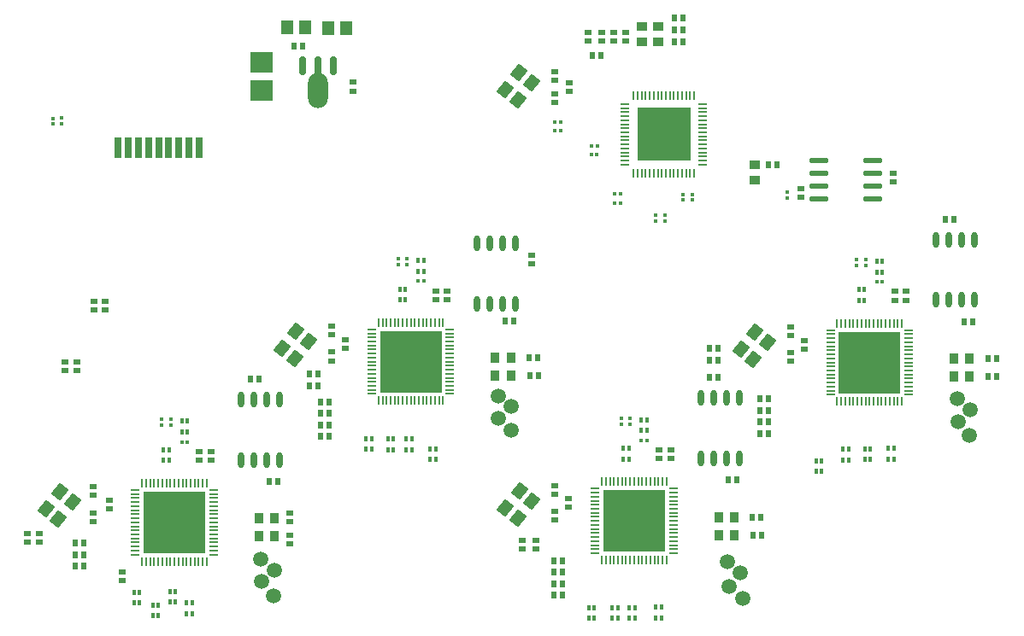
<source format=gtp>
G04*
G04 #@! TF.GenerationSoftware,Altium Limited,Altium Designer,21.1.1 (26)*
G04*
G04 Layer_Color=8421504*
%FSLAX25Y25*%
%MOIN*%
G70*
G04*
G04 #@! TF.SameCoordinates,1DE770B5-5229-4C7E-BA00-58D6BC8AB395*
G04*
G04*
G04 #@! TF.FilePolarity,Positive*
G04*
G01*
G75*
%ADD20R,0.02756X0.07874*%
%ADD21C,0.05906*%
%ADD22O,0.02756X0.08268*%
%ADD23O,0.02756X0.07480*%
%ADD24O,0.07874X0.13780*%
%ADD25O,0.02362X0.06291*%
%ADD26O,0.07678X0.02238*%
G04:AMPARAMS|DCode=27|XSize=55.12mil|YSize=45.28mil|CornerRadius=0mil|HoleSize=0mil|Usage=FLASHONLY|Rotation=231.000|XOffset=0mil|YOffset=0mil|HoleType=Round|Shape=Rectangle|*
%AMROTATEDRECTD27*
4,1,4,-0.00025,0.03566,0.03494,0.00717,0.00025,-0.03566,-0.03494,-0.00717,-0.00025,0.03566,0.0*
%
%ADD27ROTATEDRECTD27*%

%ADD28O,0.03543X0.00787*%
%ADD29O,0.00787X0.03543*%
%ADD30R,0.21063X0.21063*%
%ADD31R,0.24410X0.24410*%
%ADD32R,0.01181X0.01968*%
%ADD33R,0.03858X0.03661*%
%ADD34R,0.02559X0.02362*%
%ADD35R,0.01575X0.01417*%
%ADD36R,0.01417X0.01575*%
%ADD37R,0.04567X0.05787*%
%ADD38R,0.02362X0.02559*%
%ADD39R,0.08858X0.08268*%
%ADD40R,0.03661X0.03858*%
D20*
X69280Y337362D02*
D03*
X61406D02*
D03*
X53532D02*
D03*
X45658D02*
D03*
X41721D02*
D03*
X49595D02*
D03*
X57469D02*
D03*
X65343D02*
D03*
X73217D02*
D03*
D21*
X279401Y175465D02*
D03*
X373700Y225000D02*
D03*
X194800Y226800D02*
D03*
X102251Y162249D02*
D03*
X369300Y230100D02*
D03*
X190100Y231500D02*
D03*
X97600Y167700D02*
D03*
X373800Y234800D02*
D03*
X195000Y236200D02*
D03*
X102500Y172200D02*
D03*
X369000Y239100D02*
D03*
X189900Y240100D02*
D03*
X97200Y176600D02*
D03*
X285200Y161100D02*
D03*
X280000Y165900D02*
D03*
X284300Y171100D02*
D03*
D22*
X119600Y368830D02*
D03*
D23*
X113695Y369220D02*
D03*
X125506D02*
D03*
D24*
X119600Y359380D02*
D03*
D25*
X196600Y299711D02*
D03*
X191600D02*
D03*
X186600D02*
D03*
X181600D02*
D03*
X196600Y276089D02*
D03*
X191600D02*
D03*
X186600D02*
D03*
X181600D02*
D03*
X360618Y277720D02*
D03*
X365618D02*
D03*
X370618D02*
D03*
X375618D02*
D03*
X360618Y301342D02*
D03*
X365618D02*
D03*
X370618D02*
D03*
X375618D02*
D03*
X268818Y215820D02*
D03*
X273818D02*
D03*
X278818D02*
D03*
X283818D02*
D03*
X268818Y239442D02*
D03*
X273818D02*
D03*
X278818D02*
D03*
X283818D02*
D03*
X89553Y215285D02*
D03*
X94553D02*
D03*
X99553D02*
D03*
X104553D02*
D03*
X89553Y238907D02*
D03*
X94553D02*
D03*
X99553D02*
D03*
X104553D02*
D03*
D26*
X314806Y332112D02*
D03*
Y327112D02*
D03*
Y322112D02*
D03*
Y317112D02*
D03*
X336106Y332112D02*
D03*
Y327112D02*
D03*
Y322112D02*
D03*
Y317112D02*
D03*
D27*
X13462Y196047D02*
D03*
X23809Y198814D02*
D03*
X18913Y202778D02*
D03*
X18358Y192083D02*
D03*
X192654Y359833D02*
D03*
X203000Y362600D02*
D03*
X198105Y366564D02*
D03*
X197549Y355869D02*
D03*
X284528Y258482D02*
D03*
X294874Y261249D02*
D03*
X289979Y265213D02*
D03*
X289423Y254518D02*
D03*
X192728Y196582D02*
D03*
X203074Y199349D02*
D03*
X198179Y203313D02*
D03*
X197623Y192618D02*
D03*
X105628Y258782D02*
D03*
X115974Y261549D02*
D03*
X111079Y265513D02*
D03*
X110523Y254818D02*
D03*
D28*
X239244Y354211D02*
D03*
Y352636D02*
D03*
Y351061D02*
D03*
Y349487D02*
D03*
Y347912D02*
D03*
Y346337D02*
D03*
Y344762D02*
D03*
Y343187D02*
D03*
Y341613D02*
D03*
Y340038D02*
D03*
Y338463D02*
D03*
Y336888D02*
D03*
Y335313D02*
D03*
Y333739D02*
D03*
Y332164D02*
D03*
Y330589D02*
D03*
X269756D02*
D03*
Y332164D02*
D03*
Y333739D02*
D03*
Y335313D02*
D03*
Y336888D02*
D03*
Y338463D02*
D03*
Y340038D02*
D03*
Y341613D02*
D03*
Y343187D02*
D03*
Y344762D02*
D03*
Y346337D02*
D03*
Y347912D02*
D03*
Y349487D02*
D03*
Y351061D02*
D03*
Y352636D02*
D03*
Y354211D02*
D03*
X258157Y178867D02*
D03*
Y180442D02*
D03*
Y182017D02*
D03*
Y183591D02*
D03*
Y185166D02*
D03*
Y186741D02*
D03*
Y188316D02*
D03*
Y189891D02*
D03*
Y191465D02*
D03*
Y193040D02*
D03*
Y194615D02*
D03*
Y196190D02*
D03*
Y197765D02*
D03*
Y199339D02*
D03*
Y200914D02*
D03*
Y202489D02*
D03*
Y204064D02*
D03*
X227645D02*
D03*
Y202489D02*
D03*
Y200914D02*
D03*
Y199339D02*
D03*
Y197765D02*
D03*
Y196190D02*
D03*
Y194615D02*
D03*
Y193040D02*
D03*
Y191465D02*
D03*
Y189891D02*
D03*
Y188316D02*
D03*
Y186741D02*
D03*
Y185166D02*
D03*
Y183591D02*
D03*
Y182017D02*
D03*
Y180442D02*
D03*
Y178867D02*
D03*
X78891Y178332D02*
D03*
Y179907D02*
D03*
Y181482D02*
D03*
Y183057D02*
D03*
Y184632D02*
D03*
Y186206D02*
D03*
Y187781D02*
D03*
Y189356D02*
D03*
Y190931D02*
D03*
Y192506D02*
D03*
Y194080D02*
D03*
Y195655D02*
D03*
Y197230D02*
D03*
Y198805D02*
D03*
Y200379D02*
D03*
Y201954D02*
D03*
Y203529D02*
D03*
X48379D02*
D03*
Y201954D02*
D03*
Y200379D02*
D03*
Y198805D02*
D03*
Y197230D02*
D03*
Y195655D02*
D03*
Y194080D02*
D03*
Y192506D02*
D03*
Y190931D02*
D03*
Y189356D02*
D03*
Y187781D02*
D03*
Y186206D02*
D03*
Y184632D02*
D03*
Y183057D02*
D03*
Y181482D02*
D03*
Y179907D02*
D03*
Y178332D02*
D03*
X349957Y240767D02*
D03*
Y242342D02*
D03*
Y243917D02*
D03*
Y245491D02*
D03*
Y247066D02*
D03*
Y248641D02*
D03*
Y250216D02*
D03*
Y251791D02*
D03*
Y253365D02*
D03*
Y254940D02*
D03*
Y256515D02*
D03*
Y258090D02*
D03*
Y259665D02*
D03*
Y261239D02*
D03*
Y262814D02*
D03*
Y264389D02*
D03*
Y265964D02*
D03*
X319445D02*
D03*
Y264389D02*
D03*
Y262814D02*
D03*
Y261239D02*
D03*
Y259665D02*
D03*
Y258090D02*
D03*
Y256515D02*
D03*
Y254940D02*
D03*
Y253365D02*
D03*
Y251791D02*
D03*
Y250216D02*
D03*
Y248641D02*
D03*
Y247066D02*
D03*
Y245491D02*
D03*
Y243917D02*
D03*
Y242342D02*
D03*
Y240767D02*
D03*
X140545Y241067D02*
D03*
Y242642D02*
D03*
Y244216D02*
D03*
Y245791D02*
D03*
Y247366D02*
D03*
Y248941D02*
D03*
Y250516D02*
D03*
Y252091D02*
D03*
Y253665D02*
D03*
Y255240D02*
D03*
Y256815D02*
D03*
Y258390D02*
D03*
Y259965D02*
D03*
Y261539D02*
D03*
Y263114D02*
D03*
Y264689D02*
D03*
Y266264D02*
D03*
X171057D02*
D03*
Y264689D02*
D03*
Y263114D02*
D03*
Y261539D02*
D03*
Y259965D02*
D03*
Y258390D02*
D03*
Y256815D02*
D03*
Y255240D02*
D03*
Y253665D02*
D03*
Y252091D02*
D03*
Y250516D02*
D03*
Y248941D02*
D03*
Y247366D02*
D03*
Y245791D02*
D03*
Y244216D02*
D03*
Y242642D02*
D03*
Y241067D02*
D03*
D29*
X242689Y327144D02*
D03*
X244264D02*
D03*
X245839D02*
D03*
X247413D02*
D03*
X248988D02*
D03*
X250563D02*
D03*
X252138D02*
D03*
X253713D02*
D03*
X255287D02*
D03*
X256862D02*
D03*
X258437D02*
D03*
X260012D02*
D03*
X261587D02*
D03*
X263161D02*
D03*
X264736D02*
D03*
X266311D02*
D03*
Y357656D02*
D03*
X264736D02*
D03*
X263161D02*
D03*
X261587D02*
D03*
X260012D02*
D03*
X258437D02*
D03*
X256862D02*
D03*
X255287D02*
D03*
X253713D02*
D03*
X252138D02*
D03*
X250563D02*
D03*
X248988D02*
D03*
X247413D02*
D03*
X245839D02*
D03*
X244264D02*
D03*
X242689D02*
D03*
X255499Y206721D02*
D03*
X253924D02*
D03*
X252350D02*
D03*
X250775D02*
D03*
X249200D02*
D03*
X247625D02*
D03*
X246050D02*
D03*
X244476D02*
D03*
X242901D02*
D03*
X241326D02*
D03*
X239751D02*
D03*
X238176D02*
D03*
X236602D02*
D03*
X235027D02*
D03*
X233452D02*
D03*
X231877D02*
D03*
X230302D02*
D03*
Y176209D02*
D03*
X231877D02*
D03*
X233452D02*
D03*
X235027D02*
D03*
X236602D02*
D03*
X238176D02*
D03*
X239751D02*
D03*
X241326D02*
D03*
X242901D02*
D03*
X244476D02*
D03*
X246050D02*
D03*
X247625D02*
D03*
X249200D02*
D03*
X250775D02*
D03*
X252350D02*
D03*
X253924D02*
D03*
X255499D02*
D03*
X76234Y206187D02*
D03*
X74659D02*
D03*
X73084D02*
D03*
X71509D02*
D03*
X69935D02*
D03*
X68360D02*
D03*
X66785D02*
D03*
X65210D02*
D03*
X63635D02*
D03*
X62061D02*
D03*
X60486D02*
D03*
X58911D02*
D03*
X57336D02*
D03*
X55761D02*
D03*
X54187D02*
D03*
X52612D02*
D03*
X51037D02*
D03*
Y175675D02*
D03*
X52612D02*
D03*
X54187D02*
D03*
X55761D02*
D03*
X57336D02*
D03*
X58911D02*
D03*
X60486D02*
D03*
X62061D02*
D03*
X63635D02*
D03*
X65210D02*
D03*
X66785D02*
D03*
X68360D02*
D03*
X69935D02*
D03*
X71509D02*
D03*
X73084D02*
D03*
X74659D02*
D03*
X76234D02*
D03*
X347299Y268621D02*
D03*
X345724D02*
D03*
X344150D02*
D03*
X342575D02*
D03*
X341000D02*
D03*
X339425D02*
D03*
X337850D02*
D03*
X336276D02*
D03*
X334701D02*
D03*
X333126D02*
D03*
X331551D02*
D03*
X329976D02*
D03*
X328402D02*
D03*
X326827D02*
D03*
X325252D02*
D03*
X323677D02*
D03*
X322102D02*
D03*
Y238109D02*
D03*
X323677D02*
D03*
X325252D02*
D03*
X326827D02*
D03*
X328402D02*
D03*
X329976D02*
D03*
X331551D02*
D03*
X333126D02*
D03*
X334701D02*
D03*
X336276D02*
D03*
X337850D02*
D03*
X339425D02*
D03*
X341000D02*
D03*
X342575D02*
D03*
X344150D02*
D03*
X345724D02*
D03*
X347299D02*
D03*
X168399Y238409D02*
D03*
X166824D02*
D03*
X165250D02*
D03*
X163675D02*
D03*
X162100D02*
D03*
X160525D02*
D03*
X158950D02*
D03*
X157376D02*
D03*
X155801D02*
D03*
X154226D02*
D03*
X152651D02*
D03*
X151076D02*
D03*
X149502D02*
D03*
X147927D02*
D03*
X146352D02*
D03*
X144777D02*
D03*
X143202D02*
D03*
Y268921D02*
D03*
X144777D02*
D03*
X146352D02*
D03*
X147927D02*
D03*
X149502D02*
D03*
X151076D02*
D03*
X152651D02*
D03*
X154226D02*
D03*
X155801D02*
D03*
X157376D02*
D03*
X158950D02*
D03*
X160525D02*
D03*
X162100D02*
D03*
X163675D02*
D03*
X165250D02*
D03*
X166824D02*
D03*
X168399D02*
D03*
D30*
X254500Y342400D02*
D03*
D31*
X242901Y191465D02*
D03*
X63635Y190931D02*
D03*
X334701Y253365D02*
D03*
X155801Y253665D02*
D03*
D32*
X138318Y219433D02*
D03*
X140483D02*
D03*
X140483Y223567D02*
D03*
X138318D02*
D03*
X61553Y219298D02*
D03*
X59387D02*
D03*
X59388Y215165D02*
D03*
X61553D02*
D03*
X316099Y210739D02*
D03*
X313934D02*
D03*
X316099Y214873D02*
D03*
X313934D02*
D03*
X227383Y153433D02*
D03*
X225218D02*
D03*
X227383Y157567D02*
D03*
X225218D02*
D03*
X49983Y159533D02*
D03*
X47818D02*
D03*
X49983Y163667D02*
D03*
X47818D02*
D03*
X324293Y219454D02*
D03*
X326458D02*
D03*
X324293Y215321D02*
D03*
X326458D02*
D03*
X234418Y153433D02*
D03*
X236583D02*
D03*
X236583Y157567D02*
D03*
X234418D02*
D03*
X146918Y219333D02*
D03*
X149083D02*
D03*
X149083Y223467D02*
D03*
X146918D02*
D03*
X55118Y154433D02*
D03*
X57283D02*
D03*
X57283Y158567D02*
D03*
X55118D02*
D03*
X335012Y215399D02*
D03*
X332847D02*
D03*
X335012Y219533D02*
D03*
X332847D02*
D03*
X241018Y153433D02*
D03*
X243183D02*
D03*
X243182Y157567D02*
D03*
X241018D02*
D03*
X153948Y219333D02*
D03*
X156113D02*
D03*
X156113Y223467D02*
D03*
X153948D02*
D03*
X61818Y163867D02*
D03*
X63983D02*
D03*
X63983Y159733D02*
D03*
X61818D02*
D03*
X342000Y219713D02*
D03*
X344165D02*
D03*
X342000Y215580D02*
D03*
X344165D02*
D03*
X251282Y153646D02*
D03*
X253447D02*
D03*
X253447Y157780D02*
D03*
X251282D02*
D03*
X163318Y215533D02*
D03*
X165483D02*
D03*
X165483Y219667D02*
D03*
X163318D02*
D03*
X68318Y155333D02*
D03*
X70483D02*
D03*
X70483Y159467D02*
D03*
X68318D02*
D03*
X339718Y292833D02*
D03*
X337553D02*
D03*
X337553Y288699D02*
D03*
X339718D02*
D03*
X247918Y230933D02*
D03*
X245753D02*
D03*
X245753Y226799D02*
D03*
X247918D02*
D03*
X160818Y293133D02*
D03*
X158653D02*
D03*
X158653Y288999D02*
D03*
X160818D02*
D03*
X68652Y230398D02*
D03*
X66487D02*
D03*
X66488Y226265D02*
D03*
X68653D02*
D03*
X332618Y281733D02*
D03*
X330453D02*
D03*
X330453Y277599D02*
D03*
X332618D02*
D03*
X240818Y219833D02*
D03*
X238653D02*
D03*
X238653Y215699D02*
D03*
X240818D02*
D03*
X153718Y282033D02*
D03*
X151553D02*
D03*
X151553Y277899D02*
D03*
X153718D02*
D03*
D33*
X289900Y324437D02*
D03*
Y330500D02*
D03*
X252200Y384563D02*
D03*
Y378500D02*
D03*
X246000Y384587D02*
D03*
Y378524D02*
D03*
D34*
X202900Y295173D02*
D03*
Y291827D02*
D03*
X230400Y378706D02*
D03*
Y382052D02*
D03*
X211927Y366763D02*
D03*
Y363417D02*
D03*
X212027Y354770D02*
D03*
Y358117D02*
D03*
X303866Y263900D02*
D03*
Y267247D02*
D03*
X212066Y205346D02*
D03*
Y202000D02*
D03*
X124966Y267547D02*
D03*
Y264200D02*
D03*
X32000Y204873D02*
D03*
Y201527D02*
D03*
X303866Y253727D02*
D03*
Y257073D02*
D03*
X212066Y191827D02*
D03*
Y195173D02*
D03*
X124966Y254027D02*
D03*
Y257373D02*
D03*
X32000Y191227D02*
D03*
Y194573D02*
D03*
X133300Y362700D02*
D03*
Y359353D02*
D03*
X36700Y273827D02*
D03*
Y277173D02*
D03*
X25600Y253673D02*
D03*
Y250327D02*
D03*
X224900Y382073D02*
D03*
Y378727D02*
D03*
X217627Y362590D02*
D03*
Y359243D02*
D03*
X239500Y378706D02*
D03*
Y382052D02*
D03*
X235000Y378706D02*
D03*
Y382052D02*
D03*
X344501Y277692D02*
D03*
Y281039D02*
D03*
X252701Y215792D02*
D03*
Y219139D02*
D03*
X165601Y277992D02*
D03*
Y281339D02*
D03*
X73435Y215258D02*
D03*
Y218604D02*
D03*
X43400Y168227D02*
D03*
Y171573D02*
D03*
X108700Y191100D02*
D03*
Y194447D02*
D03*
Y186000D02*
D03*
Y182653D02*
D03*
X349001Y281039D02*
D03*
Y277692D02*
D03*
X257201Y219139D02*
D03*
Y215792D02*
D03*
X170101Y281339D02*
D03*
Y277992D02*
D03*
X77935Y218604D02*
D03*
Y215258D02*
D03*
X204566Y180454D02*
D03*
Y183800D02*
D03*
X11000Y183254D02*
D03*
Y186600D02*
D03*
X199166Y183773D02*
D03*
Y180427D02*
D03*
X6400Y186573D02*
D03*
Y183227D02*
D03*
X309235Y258666D02*
D03*
Y262013D02*
D03*
X217435Y196766D02*
D03*
Y200113D02*
D03*
X130335Y258966D02*
D03*
Y262313D02*
D03*
X38170Y196231D02*
D03*
Y199578D02*
D03*
X32200Y277200D02*
D03*
Y273853D02*
D03*
X21100Y250327D02*
D03*
Y253673D02*
D03*
X307800Y321073D02*
D03*
Y317727D02*
D03*
X343900Y323727D02*
D03*
Y327073D02*
D03*
D35*
X19700Y346456D02*
D03*
Y348700D02*
D03*
X254800Y310900D02*
D03*
Y308656D02*
D03*
X265543Y316712D02*
D03*
Y318956D02*
D03*
X251231Y310900D02*
D03*
Y308656D02*
D03*
X262042Y318978D02*
D03*
Y316734D02*
D03*
X333201Y293487D02*
D03*
Y291243D02*
D03*
X241401Y229343D02*
D03*
Y231587D02*
D03*
X154301Y291543D02*
D03*
Y293787D02*
D03*
X62135Y228809D02*
D03*
Y231053D02*
D03*
X329701Y293487D02*
D03*
Y291243D02*
D03*
X237901Y229343D02*
D03*
Y231587D02*
D03*
X150801Y291543D02*
D03*
Y293787D02*
D03*
X58635Y228809D02*
D03*
Y231053D02*
D03*
X302700Y317678D02*
D03*
Y319922D02*
D03*
X16200Y346378D02*
D03*
Y348622D02*
D03*
D36*
X214344Y347300D02*
D03*
X212100D02*
D03*
X214344Y343800D02*
D03*
X212100D02*
D03*
X228457Y337956D02*
D03*
X226213D02*
D03*
X228435Y334456D02*
D03*
X226191D02*
D03*
X237678Y315558D02*
D03*
X235434D02*
D03*
X237678Y319158D02*
D03*
X235434D02*
D03*
X337513Y284766D02*
D03*
X339757D02*
D03*
X245713Y222866D02*
D03*
X247957D02*
D03*
X158613Y285066D02*
D03*
X160857D02*
D03*
X66448Y222332D02*
D03*
X68692D02*
D03*
D37*
X107496Y384100D02*
D03*
X114504D02*
D03*
X123696Y384000D02*
D03*
X130704D02*
D03*
D38*
X110227Y377000D02*
D03*
X113573D02*
D03*
X298473Y330500D02*
D03*
X295127D02*
D03*
X261800Y383100D02*
D03*
X258453D02*
D03*
X261800Y387700D02*
D03*
X258453D02*
D03*
X261800Y378555D02*
D03*
X258453D02*
D03*
X226527Y373179D02*
D03*
X229873D02*
D03*
X364201Y309365D02*
D03*
X367547D02*
D03*
X272401Y247465D02*
D03*
X275747D02*
D03*
X93135Y246931D02*
D03*
X96482D02*
D03*
X374874Y269365D02*
D03*
X371528D02*
D03*
X283074Y207465D02*
D03*
X279728D02*
D03*
X195974Y269665D02*
D03*
X192628D02*
D03*
X103809Y206931D02*
D03*
X100462D02*
D03*
X291828Y230065D02*
D03*
X295174D02*
D03*
X211632Y162400D02*
D03*
X214979D02*
D03*
X124013Y224430D02*
D03*
X120667D02*
D03*
X291828Y239065D02*
D03*
X295174D02*
D03*
X211628Y175965D02*
D03*
X214974D02*
D03*
X124074Y237965D02*
D03*
X120728D02*
D03*
X24854Y182700D02*
D03*
X28200D02*
D03*
X384201Y254865D02*
D03*
X380854D02*
D03*
X292401Y192965D02*
D03*
X289054D02*
D03*
X205301Y255165D02*
D03*
X201954D02*
D03*
X384374Y247865D02*
D03*
X381028D02*
D03*
X292574Y185965D02*
D03*
X289228D02*
D03*
X205474Y248165D02*
D03*
X202128D02*
D03*
X291828Y234565D02*
D03*
X295174D02*
D03*
X211628Y171465D02*
D03*
X214974D02*
D03*
X124074Y233465D02*
D03*
X120728D02*
D03*
X24854Y178200D02*
D03*
X28200D02*
D03*
X272354Y254334D02*
D03*
X275700D02*
D03*
X116320Y244198D02*
D03*
X119666D02*
D03*
X275710Y258860D02*
D03*
X272364D02*
D03*
X119673Y248734D02*
D03*
X116327D02*
D03*
X291807Y225464D02*
D03*
X295153D02*
D03*
X211597Y166946D02*
D03*
X214943D02*
D03*
X124041Y228969D02*
D03*
X120694D02*
D03*
X28173Y173700D02*
D03*
X24827D02*
D03*
D39*
X97500Y370413D02*
D03*
Y359587D02*
D03*
D40*
X367669Y247865D02*
D03*
X373732D02*
D03*
X275869Y185965D02*
D03*
X281932D02*
D03*
X188769Y248165D02*
D03*
X194832D02*
D03*
X96604Y185431D02*
D03*
X102667D02*
D03*
X367669Y254865D02*
D03*
X373732D02*
D03*
X275869Y192965D02*
D03*
X281932D02*
D03*
X188769Y255165D02*
D03*
X194832D02*
D03*
X96604Y192431D02*
D03*
X102667D02*
D03*
M02*

</source>
